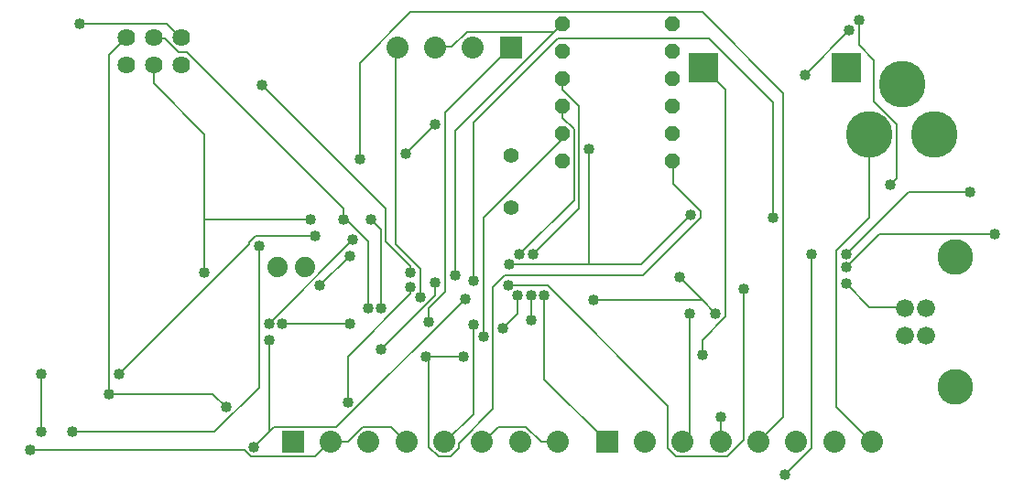
<source format=gbl>
G75*
G70*
%OFA0B0*%
%FSLAX24Y24*%
%IPPOS*%
%LPD*%
%AMOC8*
5,1,8,0,0,1.08239X$1,22.5*
%
%ADD10C,0.0560*%
%ADD11R,0.1095X0.1095*%
%ADD12R,0.0800X0.0800*%
%ADD13C,0.0800*%
%ADD14OC8,0.0560*%
%ADD15C,0.0640*%
%ADD16C,0.0740*%
%ADD17C,0.1700*%
%ADD18C,0.0660*%
%ADD19C,0.1300*%
%ADD20C,0.0080*%
%ADD21C,0.0400*%
D10*
X020596Y010255D03*
X020596Y012155D03*
D11*
X027621Y015330D03*
X032821Y015330D03*
D12*
X020596Y016080D03*
X024096Y001705D03*
X012661Y001705D03*
D13*
X014039Y001705D03*
X015417Y001705D03*
X016795Y001705D03*
X018173Y001705D03*
X019551Y001705D03*
X020929Y001705D03*
X022306Y001705D03*
X025474Y001705D03*
X026852Y001705D03*
X028230Y001705D03*
X029608Y001705D03*
X030986Y001705D03*
X032364Y001705D03*
X033742Y001705D03*
X019218Y016080D03*
X017840Y016080D03*
X016462Y016080D03*
D14*
X022471Y015955D03*
X022471Y014955D03*
X022471Y013955D03*
X022471Y012955D03*
X022471Y011955D03*
X026471Y011955D03*
X026471Y012955D03*
X026471Y013955D03*
X026471Y014955D03*
X026471Y015955D03*
X026471Y016955D03*
X022471Y016955D03*
D15*
X008596Y016455D03*
X007596Y016455D03*
X006596Y016455D03*
X006596Y015455D03*
X007596Y015455D03*
X008596Y015455D03*
D16*
X012096Y008080D03*
X013096Y008080D03*
D17*
X033657Y012905D03*
X036020Y012905D03*
X034838Y014755D03*
D18*
X034941Y006572D03*
X035721Y006572D03*
X035721Y005588D03*
X034941Y005588D03*
D19*
X036791Y003710D03*
X036791Y008450D03*
D20*
X038196Y009265D02*
X033996Y009265D01*
X032796Y008065D01*
X032796Y008545D02*
X035076Y010825D01*
X037296Y010825D01*
X034656Y011305D02*
X034416Y011065D01*
X034656Y011305D02*
X034656Y013285D01*
X033816Y014125D01*
X033816Y015625D01*
X033276Y016165D01*
X033276Y017065D01*
X032916Y016705D02*
X031296Y015085D01*
X030516Y014425D02*
X030516Y002605D01*
X029616Y001705D01*
X029608Y001705D01*
X029076Y001765D02*
X029076Y007285D01*
X028056Y006385D02*
X027576Y006865D01*
X023616Y006865D01*
X021936Y007405D02*
X026316Y003025D01*
X026316Y001465D01*
X026616Y001165D01*
X028476Y001165D01*
X029076Y001765D01*
X028236Y001705D02*
X028230Y001705D01*
X028236Y001705D02*
X028236Y002605D01*
X027096Y001945D02*
X026856Y001705D01*
X026852Y001705D01*
X027096Y001945D02*
X027096Y006385D01*
X027576Y006865D02*
X026736Y007705D01*
X025416Y007765D02*
X020376Y007765D01*
X019956Y007345D01*
X019956Y002905D01*
X018696Y001645D01*
X018696Y001465D01*
X018396Y001165D01*
X017976Y001165D01*
X017616Y001525D01*
X017616Y004825D01*
X017496Y004825D01*
X017616Y004825D02*
X018876Y004825D01*
X019596Y005545D02*
X019596Y009865D01*
X022416Y012685D01*
X022416Y012925D01*
X022471Y012955D01*
X022896Y013105D02*
X022896Y010525D01*
X020916Y008545D01*
X021396Y008545D02*
X023076Y010225D01*
X023076Y013945D01*
X022476Y014545D01*
X022476Y014905D01*
X022471Y014955D01*
X022471Y013955D02*
X022476Y013945D01*
X022476Y013525D01*
X022896Y013105D01*
X023436Y012385D02*
X023436Y008185D01*
X020556Y008185D01*
X019236Y007585D02*
X019236Y013345D01*
X022296Y016405D01*
X027816Y016405D01*
X030156Y014065D01*
X030156Y009865D01*
X027516Y009865D02*
X025416Y007765D01*
X025356Y008185D02*
X027156Y009985D01*
X027516Y009865D02*
X027516Y010105D01*
X026496Y011125D01*
X026496Y011905D01*
X026471Y011955D01*
X030516Y014425D02*
X027576Y017365D01*
X016956Y017365D01*
X015096Y015505D01*
X015096Y012025D01*
X016776Y012205D02*
X017856Y013285D01*
X018216Y013705D02*
X020556Y016045D01*
X020596Y016080D01*
X022176Y016645D02*
X018996Y016645D01*
X018456Y016105D01*
X017856Y016105D01*
X017840Y016080D01*
X016462Y016080D02*
X016416Y016045D01*
X016416Y008905D01*
X017316Y008005D01*
X017316Y006985D01*
X016956Y007105D02*
X014676Y004825D01*
X014676Y003145D01*
X014256Y002245D02*
X011976Y002245D01*
X011796Y002065D01*
X011796Y005425D01*
X011796Y006025D02*
X014856Y009085D01*
X015396Y009025D02*
X014616Y009805D01*
X014496Y009805D01*
X014496Y010225D01*
X008796Y015925D01*
X008496Y015925D01*
X008016Y016405D01*
X007596Y016405D01*
X007596Y016455D01*
X008076Y016945D02*
X008556Y016465D01*
X008596Y016455D01*
X008076Y016945D02*
X004896Y016945D01*
X005976Y015805D02*
X006576Y016405D01*
X006596Y016455D01*
X005976Y015805D02*
X005976Y003445D01*
X009756Y003445D01*
X010236Y002965D01*
X009816Y002065D02*
X011436Y003685D01*
X011436Y008845D01*
X011076Y008905D02*
X011076Y008965D01*
X011316Y009205D01*
X013476Y009205D01*
X013296Y009805D02*
X009456Y009805D01*
X009456Y007885D01*
X011076Y008905D02*
X006336Y004165D01*
X003516Y004165D02*
X003516Y002065D01*
X004656Y002065D02*
X009816Y002065D01*
X011256Y001525D02*
X011796Y002065D01*
X011136Y001165D02*
X010896Y001405D01*
X003096Y001405D01*
X011136Y001165D02*
X013476Y001165D01*
X014016Y001705D01*
X014039Y001705D01*
X014676Y001705D01*
X015216Y002245D01*
X016236Y002245D01*
X016776Y001705D01*
X016795Y001705D01*
X018173Y001705D02*
X018216Y001705D01*
X019236Y002725D01*
X019236Y005965D01*
X020316Y005845D02*
X020856Y006385D01*
X020856Y007045D01*
X021336Y007045D02*
X021336Y006145D01*
X021816Y007045D02*
X021816Y003985D01*
X024096Y001705D01*
X022306Y001705D02*
X021696Y001705D01*
X021156Y002245D01*
X020136Y002245D01*
X019596Y001705D01*
X019551Y001705D01*
X018936Y006925D02*
X014256Y002245D01*
X015876Y005065D02*
X017856Y007045D01*
X017856Y007525D01*
X018216Y007165D02*
X018216Y013705D01*
X018576Y013045D02*
X022176Y016645D01*
X022476Y016945D01*
X022471Y016955D01*
X027621Y015330D02*
X027636Y015325D01*
X028416Y014545D01*
X028416Y006265D01*
X027576Y005425D01*
X027576Y004885D01*
X032436Y002965D02*
X033696Y001705D01*
X033742Y001705D01*
X031536Y001465D02*
X031536Y008545D01*
X032436Y008665D02*
X032436Y002965D01*
X031536Y001465D02*
X030576Y000505D01*
X017616Y006085D02*
X017616Y006565D01*
X018216Y007165D01*
X018576Y007765D02*
X018576Y013045D01*
X016056Y010225D02*
X011556Y014725D01*
X009456Y012925D02*
X007596Y014785D01*
X007596Y015455D01*
X009456Y012925D02*
X009456Y009805D01*
X013656Y007405D02*
X014736Y008485D01*
X015396Y009025D02*
X015396Y006565D01*
X015876Y006565D02*
X015876Y009445D01*
X015516Y009805D01*
X016056Y010225D02*
X016056Y009025D01*
X016956Y008125D01*
X016956Y007885D01*
X016956Y007345D02*
X016956Y007105D01*
X014736Y006025D02*
X012276Y006025D01*
X020496Y007405D02*
X021936Y007405D01*
X023436Y008185D02*
X025356Y008185D01*
X032436Y008665D02*
X033636Y009865D01*
X033636Y012865D01*
X033657Y012905D01*
X032796Y007465D02*
X033636Y006625D01*
X034896Y006625D01*
X034941Y006572D01*
D21*
X003096Y001405D03*
X003516Y002065D03*
X004656Y002065D03*
X005976Y003445D03*
X006336Y004165D03*
X003516Y004165D03*
X010236Y002965D03*
X011256Y001525D03*
X014676Y003145D03*
X017496Y004825D03*
X018876Y004825D03*
X019596Y005545D03*
X020316Y005845D03*
X019236Y005965D03*
X017616Y006085D03*
X018936Y006925D03*
X019236Y007585D03*
X018576Y007765D03*
X017856Y007525D03*
X016956Y007345D03*
X017316Y006985D03*
X015876Y006565D03*
X015396Y006565D03*
X014736Y006025D03*
X015876Y005065D03*
X012276Y006025D03*
X011796Y006025D03*
X011796Y005425D03*
X013656Y007405D03*
X014736Y008485D03*
X014856Y009085D03*
X013476Y009205D03*
X013296Y009805D03*
X014496Y009805D03*
X015516Y009805D03*
X016956Y007885D03*
X020496Y007405D03*
X020856Y007045D03*
X021336Y007045D03*
X021816Y007045D03*
X023616Y006865D03*
X021336Y006145D03*
X020556Y008185D03*
X020916Y008545D03*
X021396Y008545D03*
X026736Y007705D03*
X029076Y007285D03*
X028056Y006385D03*
X027096Y006385D03*
X027576Y004885D03*
X028236Y002605D03*
X030576Y000505D03*
X032796Y007465D03*
X032796Y008065D03*
X032796Y008545D03*
X031536Y008545D03*
X030156Y009865D03*
X027156Y009985D03*
X023436Y012385D03*
X017856Y013285D03*
X016776Y012205D03*
X015096Y012025D03*
X011556Y014725D03*
X004896Y016945D03*
X011436Y008845D03*
X009456Y007885D03*
X031296Y015085D03*
X032916Y016705D03*
X033276Y017065D03*
X034416Y011065D03*
X037296Y010825D03*
X038196Y009265D03*
M02*

</source>
